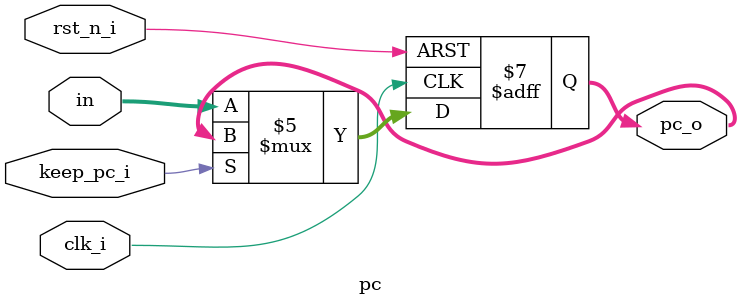
<source format=v>
module pc (
input               clk_i,
input               rst_n_i,
input               keep_pc_i,
input       [31:0]  in,
output  reg [31:0]  pc_o);

always@(posedge clk_i or negedge rst_n_i) begin
    if (~rst_n_i)
        pc_o <= -32'd4;
    else if (~keep_pc_i)
        pc_o <= in;
    else pc_o <= pc_o;
end

endmodule
</source>
